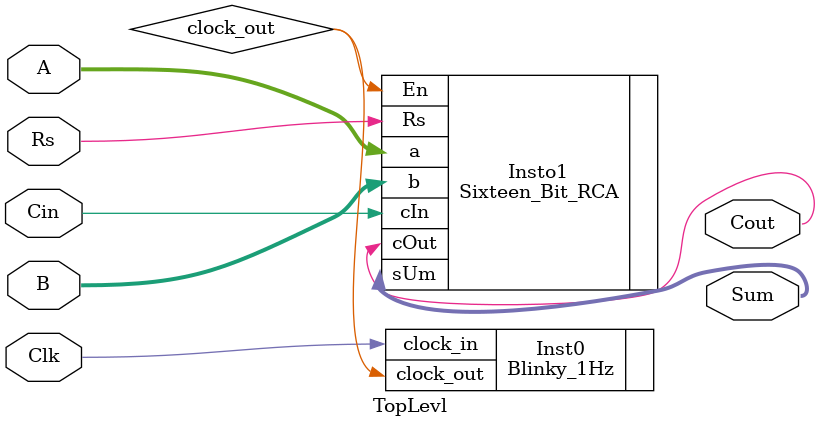
<source format=v>
`timescale 1ns / 1ps


module TopLevl(A, B, Cin, Cout, Sum,  Clk, Rs );

//parameter n = 4;

    input    Cin,   Clk, Rs;
    input   [15:0] A, B;
    output   [15:0] Sum;
    output   Cout;
    wire clock_out;
   
     
                        //Instantiate For Blinky
   Blinky_1Hz  Inst0(.clock_in(Clk), .clock_out(clock_out)   );

 
//Instantiation for Ripple carry adder

  Sixteen_Bit_RCA   Insto1(.sUm(Sum), .cOut(Cout), .a(A), .b(B), .cIn(Cin), .En(clock_out), .Rs(Rs) );
 

endmodule

</source>
